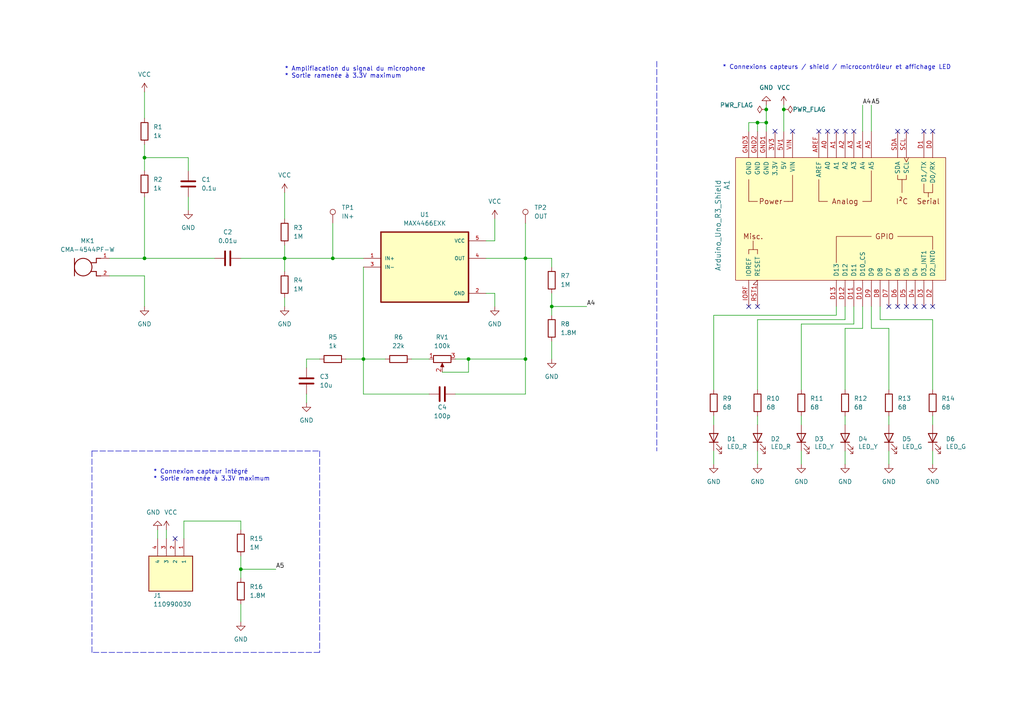
<source format=kicad_sch>
(kicad_sch (version 20230121) (generator eeschema)
  (paper "A4")
  (title_block (title "Capteur de niveau sonore") (date "10/2023") (rev "1") (company "Projet capteur ESISAR (4A-EIS-ESE)") (comment 1 "NM & EC"))
  (lib_symbols
    (symbol "Connector:TestPoint" (pin_numbers hide) (pin_names (offset 0.762) hide)
      (property "Reference" "TP" (at 0 6.858 0))
      (property "Value" "TestPoint" (at 0 5.08 0))
      (symbol "TestPoint_0_1"
        (circle (center 0 3.302) (radius 0.762))
      )
      (symbol "TestPoint_1_1"
        (pin passive line (at 0 0 90) (length 2.54) (name "1") (number "1"))
      )
    )
    (symbol "Device:C" (pin_numbers hide) (pin_names (offset 0.254))
      (property "Reference" "C" (at 0.635 2.54 0))
      (property "Value" "C" (at 0.635 -2.54 0))
      (symbol "C_0_1"
        (polyline (pts (xy -2.032 -0.762) (xy 2.032 -0.762)) (stroke (width 0.508)))
        (polyline (pts (xy -2.032 0.762) (xy 2.032 0.762)) (stroke (width 0.508)))
      )
      (symbol "C_1_1"
        (pin passive line (at 0 3.81 270) (length 2.794) (name "~") (number "1"))
        (pin passive line (at 0 -3.81 90) (length 2.794) (name "~") (number "2"))
      )
    )
    (symbol "Device:LED" (pin_numbers hide) (pin_names (offset 1.016) hide)
      (property "Reference" "D" (at 0 2.54 0))
      (property "Value" "LED" (at 0 -2.54 0))
      (symbol "LED_0_1"
        (polyline (pts (xy -1.27 -1.27) (xy -1.27 1.27)) (stroke (width 0.254)))
        (polyline (pts (xy -1.27 0) (xy 1.27 0)))
        (polyline (pts (xy 1.27 -1.27) (xy 1.27 1.27) (xy -1.27 0) (xy 1.27 -1.27)) (stroke (width 0.254)))
        (polyline (pts (xy -3.048 -0.762) (xy -4.572 -2.286) (xy -3.81 -2.286) (xy -4.572 -2.286) (xy -4.572 -1.524)))
        (polyline (pts (xy -1.778 -0.762) (xy -3.302 -2.286) (xy -2.54 -2.286) (xy -3.302 -2.286) (xy -3.302 -1.524)))
      )
      (symbol "LED_1_1"
        (pin passive line (at -3.81 0 0) (length 2.54) (name "K") (number "1"))
        (pin passive line (at 3.81 0 180) (length 2.54) (name "A") (number "2"))
      )
    )
    (symbol "Device:R" (pin_numbers hide) (pin_names (offset 0))
      (property "Reference" "R" (at 2.032 0 90))
      (property "Value" "R" (at 0 0 90))
      (symbol "R_0_1"
        (rectangle (start -1.016 -2.54) (end 1.016 2.54) (stroke (width 0.254)))
      )
      (symbol "R_1_1"
        (pin passive line (at 0 3.81 270) (length 1.27) (name "~") (number "1"))
        (pin passive line (at 0 -3.81 90) (length 1.27) (name "~") (number "2"))
      )
    )
    (symbol "Device:R_Potentiometer" (pin_names (offset 1.016) hide)
      (property "Reference" "RV" (at -4.445 0 90))
      (property "Value" "R_Potentiometer" (at -2.54 0 90))
      (symbol "R_Potentiometer_0_1"
        (polyline (pts (xy 2.54 0) (xy 1.524 0)))
        (polyline (pts (xy 1.143 0) (xy 2.286 0.508) (xy 2.286 -0.508) (xy 1.143 0)) (fill (type outline)))
        (rectangle (start 1.016 2.54) (end -1.016 -2.54) (stroke (width 0.254)))
      )
      (symbol "R_Potentiometer_1_1"
        (pin passive line (at 0 3.81 270) (length 1.27) (name "1") (number "1"))
        (pin passive line (at 3.81 0 180) (length 1.27) (name "2") (number "2"))
        (pin passive line (at 0 -3.81 90) (length 1.27) (name "3") (number "3"))
      )
    )
    (symbol "Symboles_projet:110990030" (pin_names (offset 1.016))
      (property "Reference" "J" (at -5.08 5.842 0))
      (property "Value" "110990030" (at -5.08 -8.382 0))
      (symbol "110990030_0_0"
        (rectangle (start -5.08 -7.62) (end 5.08 5.08) (stroke (width 0.254)) (fill (type background)))
        (pin passive line (at -10.16 2.54 0) (length 5.08) (name "1") (number "1"))
        (pin passive line (at -10.16 0 0) (length 5.08) (name "2") (number "2"))
        (pin passive line (at -10.16 -2.54 0) (length 5.08) (name "3") (number "3"))
        (pin passive line (at -10.16 -5.08 0) (length 5.08) (name "4") (number "4"))
      )
    )
    (symbol "Symboles_projet:Arduino_Uno_R3_Shield" (pin_names (offset 1.016))
      (property "Reference" "A1" (at -11.43 -33.02 0))
      (property "Value" "Arduino_Uno_R3_Shield" (at -11.43 -35.56 0))
      (symbol "Arduino_Uno_R3_Shield_0_0"
        (rectangle (start -17.78 30.48) (end 17.78 -30.48) (fill (type background)))
        (rectangle (start -12.7 -13.97) (end -5.08 -13.97))
        (rectangle (start -11.43 -26.67) (end -5.08 -26.67))
        (polyline (pts (xy -11.43 17.78) (xy -7.62 17.78)))
        (polyline (pts (xy -7.62 25.4) (xy -6.35 25.4)))
        (polyline (pts (xy -5.08 -26.67) (xy -5.08 -24.13)))
        (polyline (pts (xy -5.08 -15.24) (xy -5.08 -16.51)))
        (polyline (pts (xy -5.08 -13.97) (xy -5.08 -15.24)))
        (polyline (pts (xy -5.08 -3.81) (xy -5.08 -6.35) (xy -11.43 -6.35)))
        (polyline (pts (xy -5.08 6.35) (xy -5.08 8.89) (xy -13.97 8.89)))
        (polyline (pts (xy 5.08 8.89) (xy 5.08 -1.27) (xy 12.7 -1.27)))
        (polyline (pts (xy 5.08 16.51) (xy 5.08 26.67) (xy 8.89 26.67)))
        (polyline (pts (xy -12.7 19.05) (xy -11.43 19.05) (xy -11.43 16.51) (xy -12.7 16.51)))
        (polyline (pts (xy -10.16 26.67) (xy -7.62 26.67) (xy -7.62 24.13) (xy -10.16 24.13)))
        (rectangle (start 8.89 -25.4) (end 6.35 -25.4))
        (rectangle (start 8.89 -24.13) (end 8.89 -26.67))
        (rectangle (start 10.16 -26.67) (end 8.89 -26.67))
        (rectangle (start 10.16 -24.13) (end 8.89 -24.13))
        (text "Analog" (at -5.08 1.27 900) (effects (font (size 1.524 1.524))))
        (text "I²C" (at -5.08 17.78 900) (effects (font (size 1.524 1.524))))
        (text "Misc." (at 5.08 -25.4 900) (effects (font (size 1.524 1.524))))
        (text "Power" (at -5.08 -20.32 900) (effects (font (size 1.524 1.524))))
        (text "Serial" (at -5.08 25.4 900) (effects (font (size 1.524 1.524))))
      )
      (symbol "Arduino_Uno_R3_Shield_1_0"
        (text "GPIO" (at 5.08 12.7 900) (effects (font (size 1.524 1.524))))
      )
      (symbol "Arduino_Uno_R3_Shield_1_1"
        (pin power_out line (at -25.4 -19.05 0) (length 7.62) (name "3.3V") (number "3V3"))
        (pin power_in line (at -25.4 -16.51 0) (length 7.62) (name "5V") (number "5V1"))
        (pin bidirectional line (at -25.4 -3.81 0) (length 7.62) (name "A0") (number "A0"))
        (pin bidirectional line (at -25.4 -1.27 0) (length 7.62) (name "A1") (number "A1"))
        (pin bidirectional line (at -25.4 1.27 0) (length 7.62) (name "A2") (number "A2"))
        (pin bidirectional line (at -25.4 3.81 0) (length 7.62) (name "A3") (number "A3"))
        (pin bidirectional line (at -25.4 6.35 0) (length 7.62) (name "A4") (number "A4"))
        (pin bidirectional line (at -25.4 8.89 0) (length 7.62) (name "A5") (number "A5"))
        (pin input line (at -25.4 -6.35 0) (length 7.62) (name "AREF") (number "AREF"))
        (pin bidirectional line (at -25.4 26.67 0) (length 7.62) (name "D0/RX") (number "D0"))
        (pin bidirectional line (at -25.4 24.13 0) (length 7.62) (name "D1/TX") (number "D1"))
        (pin bidirectional line (at 25.4 6.35 180) (length 7.62) (name "D10_CS") (number "D10"))
        (pin bidirectional line (at 25.4 3.81 180) (length 7.62) (name "D11") (number "D11"))
        (pin bidirectional line (at 25.4 1.27 180) (length 7.62) (name "D12") (number "D12"))
        (pin bidirectional line (at 25.4 -1.27 180) (length 7.62) (name "D13") (number "D13"))
        (pin bidirectional line (at 25.4 26.67 180) (length 7.62) (name "D2_INT0") (number "D2"))
        (pin bidirectional line (at 25.4 24.13 180) (length 7.62) (name "D3_INT1") (number "D3"))
        (pin bidirectional line (at 25.4 21.59 180) (length 7.62) (name "D4") (number "D4"))
        (pin bidirectional line (at 25.4 19.05 180) (length 7.62) (name "D5") (number "D5"))
        (pin bidirectional line (at 25.4 16.51 180) (length 7.62) (name "D6") (number "D6"))
        (pin bidirectional line (at 25.4 13.97 180) (length 7.62) (name "D7") (number "D7"))
        (pin bidirectional line (at 25.4 11.43 180) (length 7.62) (name "D8") (number "D8"))
        (pin bidirectional line (at 25.4 8.89 180) (length 7.62) (name "D9") (number "D9"))
        (pin power_in line (at -25.4 -21.59 0) (length 7.62) (name "GND") (number "GND1"))
        (pin power_in line (at -25.4 -24.13 0) (length 7.62) (name "GND") (number "GND2"))
        (pin power_in line (at -25.4 -26.67 0) (length 7.62) (name "GND") (number "GND3"))
        (pin output line (at 25.4 -26.67 180) (length 7.62) (name "IOREF") (number "IORF"))
        (pin open_collector input_low (at 25.4 -24.13 180) (length 7.62) (name "RESET") (number "RST1"))
        (pin bidirectional clock (at -25.4 19.05 0) (length 7.62) (name "SCL") (number "SCL"))
        (pin bidirectional line (at -25.4 16.51 0) (length 7.62) (name "SDA") (number "SDA"))
        (pin power_in line (at -25.4 -13.97 0) (length 7.62) (name "VIN") (number "VIN"))
      )
    )
    (symbol "Symboles_projet:CMA-4544PF-W" (pin_names (offset 1.016))
      (property "Reference" "MK" (at -2.5409 3.8113 0))
      (property "Value" "CMA-4544PF-W" (at -2.5411 -6.3527 0))
      (symbol "CMA-4544PF-W_0_0"
        (polyline (pts (xy -2.54 2.54) (xy -2.54 -2.54)) (stroke (width 0.254)))
        (polyline (pts (xy 3.81 -2.54) (xy 3.81 -1.27)) (stroke (width 0.254)))
        (polyline (pts (xy 3.81 -1.27) (xy 2.2352 -1.27)) (stroke (width 0.254)))
        (polyline (pts (xy 3.81 1.27) (xy 2.2352 1.27)) (stroke (width 0.254)))
        (polyline (pts (xy 3.81 2.54) (xy 3.81 1.27)) (stroke (width 0.254)))
        (polyline (pts (xy 5.08 -2.54) (xy 3.81 -2.54)) (stroke (width 0.254)))
        (polyline (pts (xy 5.08 2.54) (xy 3.81 2.54)) (stroke (width 0.254)))
        (circle (center 0 0) (radius 2.54) (stroke (width 0.254)))
        (pin output line (at 7.62 2.54 180) (length 2.54) (name "~") (number "1"))
        (pin power_in line (at 7.62 -2.54 180) (length 2.54) (name "~") (number "2"))
      )
    )
    (symbol "Symboles_projet:MAX4466EXK" (pin_names (offset 1.016))
      (property "Reference" "U" (at -12.7 11.16 0))
      (property "Value" "MAX4466EXK" (at -12.7 -14.16 0))
      (symbol "MAX4466EXK_0_0"
        (rectangle (start -12.7 -10.16) (end 12.7 10.16) (stroke (width 0.41)) (fill (type background)))
        (pin input line (at -17.78 2.54 0) (length 5.08) (name "IN+") (number "1"))
        (pin power_in line (at 17.78 -7.62 180) (length 5.08) (name "GND") (number "2"))
        (pin input line (at -17.78 0 0) (length 5.08) (name "IN-") (number "3"))
        (pin output line (at 17.78 2.54 180) (length 5.08) (name "OUT") (number "4"))
        (pin power_in line (at 17.78 7.62 180) (length 5.08) (name "VCC") (number "5"))
      )
    )
    (symbol "power:GND" (power) (pin_names (offset 0))
      (property "Value" "GND" (at 0 -3.81 0))
      (symbol "GND_0_1"
        (polyline (pts (xy 0 0) (xy 0 -1.27) (xy 1.27 -1.27) (xy 0 -2.54) (xy -1.27 -1.27) (xy 0 -1.27)))
      )
      (symbol "GND_1_1"
        (pin power_in line (at 0 0 270) (length 0) hide (name "GND") (number "1"))
      )
    )
    (symbol "power:PWR_FLAG" (power) (pin_numbers hide) (pin_names (offset 0) hide)
      (property "Value" "PWR_FLAG" (at 0 3.81 0))
      (symbol "PWR_FLAG_0_0"
        (pin power_out line (at 0 0 90) (length 0) (name "pwr") (number "1"))
      )
      (symbol "PWR_FLAG_0_1"
        (polyline (pts (xy 0 0) (xy 0 1.27) (xy -1.016 1.905) (xy 0 2.54) (xy 1.016 1.905) (xy 0 1.27)))
      )
    )
    (symbol "power:VCC" (power) (pin_names (offset 0))
      (property "Value" "VCC" (at 0 3.81 0))
      (symbol "VCC_0_1"
        (polyline (pts (xy -0.762 1.27) (xy 0 2.54)))
        (polyline (pts (xy 0 0) (xy 0 2.54)))
        (polyline (pts (xy 0 2.54) (xy 0.762 1.27)))
      )
      (symbol "VCC_1_1"
        (pin power_in line (at 0 0 90) (length 0) hide (name "VCC") (number "1"))
      )
    )
  )
  (junction (at 41.91 74.93))
  (junction (at 152.4 104.14))
  (junction (at 227.33 31.75))
  (junction (at 41.91 45.72))
  (junction (at 96.52 74.93))
  (junction (at 219.71 35.56))
  (junction (at 222.25 35.56))
  (junction (at 105.41 104.14))
  (junction (at 222.25 31.75))
  (junction (at 82.55 74.93))
  (junction (at 135.89 104.14))
  (junction (at 69.85 165.1))
  (junction (at 160.02 88.9))
  (junction (at 152.4 74.93))
  (no_connect (at 224.79 38.1))
  (no_connect (at 270.51 38.1))
  (no_connect (at 247.65 38.1))
  (no_connect (at 262.89 88.9))
  (no_connect (at 237.49 38.1))
  (no_connect (at 270.51 88.9))
  (no_connect (at 265.43 88.9))
  (no_connect (at 229.87 38.1))
  (no_connect (at 240.03 38.1))
  (no_connect (at 50.8 156.21))
  (no_connect (at 267.97 88.9))
  (no_connect (at 245.11 38.1))
  (no_connect (at 260.35 38.1))
  (no_connect (at 262.89 38.1))
  (no_connect (at 257.81 88.9))
  (no_connect (at 260.35 88.9))
  (no_connect (at 219.71 88.9))
  (no_connect (at 267.97 38.1))
  (no_connect (at 217.17 88.9))
  (no_connect (at 242.57 38.1))
  (polyline (pts (xy 26.67 130.81) (xy 26.67 184.15)) (stroke (width 0) (type dash)))
  (wire (pts (xy 245.11 120.65) (xy 245.11 123.19)))
  (wire (pts (xy 160.02 88.9) (xy 160.02 91.44)))
  (wire (pts (xy 124.46 114.3) (xy 105.41 114.3)))
  (wire (pts (xy 207.01 130.81) (xy 207.01 134.62)))
  (wire (pts (xy 217.17 38.1) (xy 217.17 35.56)))
  (wire (pts (xy 270.51 113.03) (xy 270.51 92.71)))
  (wire (pts (xy 100.33 104.14) (xy 105.41 104.14)))
  (wire (pts (xy 54.61 57.15) (xy 54.61 60.96)))
  (wire (pts (xy 250.19 95.25) (xy 250.19 88.9)))
  (wire (pts (xy 152.4 74.93) (xy 160.02 74.93)))
  (wire (pts (xy 245.11 130.81) (xy 245.11 134.62)))
  (wire (pts (xy 217.17 35.56) (xy 219.71 35.56)))
  (wire (pts (xy 82.55 71.12) (xy 82.55 74.93)))
  (wire (pts (xy 41.91 26.67) (xy 41.91 34.29)))
  (wire (pts (xy 257.81 95.25) (xy 252.73 95.25)))
  (wire (pts (xy 160.02 77.47) (xy 160.02 74.93)))
  (wire (pts (xy 48.26 153.67) (xy 48.26 156.21)))
  (wire (pts (xy 257.81 95.25) (xy 257.81 113.03)))
  (wire (pts (xy 41.91 80.01) (xy 31.75 80.01)))
  (wire (pts (xy 69.85 175.26) (xy 69.85 180.34)))
  (wire (pts (xy 250.19 30.48) (xy 250.19 38.1)))
  (wire (pts (xy 105.41 77.47) (xy 105.41 104.14)))
  (wire (pts (xy 105.41 114.3) (xy 105.41 104.14)))
  (wire (pts (xy 143.51 63.5) (xy 143.51 69.85)))
  (wire (pts (xy 69.85 165.1) (xy 69.85 167.64)))
  (wire (pts (xy 207.01 91.44) (xy 207.01 113.03)))
  (wire (pts (xy 140.97 74.93) (xy 152.4 74.93)))
  (wire (pts (xy 207.01 120.65) (xy 207.01 123.19)))
  (polyline (pts (xy 92.71 189.23) (xy 26.67 189.23)) (stroke (width 0) (type dash)))
  (wire (pts (xy 92.71 104.14) (xy 88.9 104.14)))
  (polyline (pts (xy 26.67 130.81) (xy 92.71 130.81)) (stroke (width 0) (type dash)))
  (wire (pts (xy 41.91 45.72) (xy 54.61 45.72)))
  (wire (pts (xy 105.41 104.14) (xy 111.76 104.14)))
  (wire (pts (xy 69.85 161.29) (xy 69.85 165.1)))
  (wire (pts (xy 132.08 104.14) (xy 135.89 104.14)))
  (wire (pts (xy 88.9 114.3) (xy 88.9 116.84)))
  (wire (pts (xy 41.91 80.01) (xy 41.91 88.9)))
  (wire (pts (xy 270.51 120.65) (xy 270.51 123.19)))
  (wire (pts (xy 135.89 107.95) (xy 135.89 104.14)))
  (wire (pts (xy 257.81 120.65) (xy 257.81 123.19)))
  (wire (pts (xy 160.02 99.06) (xy 160.02 104.14)))
  (wire (pts (xy 219.71 92.71) (xy 245.11 92.71)))
  (wire (pts (xy 222.25 31.75) (xy 222.25 35.56)))
  (wire (pts (xy 152.4 74.93) (xy 152.4 104.14)))
  (wire (pts (xy 41.91 74.93) (xy 62.23 74.93)))
  (wire (pts (xy 245.11 95.25) (xy 245.11 113.03)))
  (wire (pts (xy 152.4 64.77) (xy 152.4 74.93)))
  (wire (pts (xy 219.71 35.56) (xy 222.25 35.56)))
  (wire (pts (xy 69.85 153.67) (xy 69.85 151.13)))
  (wire (pts (xy 53.34 151.13) (xy 53.34 156.21)))
  (wire (pts (xy 160.02 88.9) (xy 170.18 88.9)))
  (wire (pts (xy 82.55 86.36) (xy 82.55 88.9)))
  (wire (pts (xy 222.25 30.48) (xy 222.25 31.75)))
  (wire (pts (xy 247.65 93.98) (xy 247.65 88.9)))
  (polyline (pts (xy 92.71 184.15) (xy 92.71 189.23)) (stroke (width 0) (type dash)))
  (wire (pts (xy 69.85 74.93) (xy 82.55 74.93)))
  (wire (pts (xy 140.97 85.09) (xy 143.51 85.09)))
  (wire (pts (xy 143.51 85.09) (xy 143.51 88.9)))
  (wire (pts (xy 222.25 35.56) (xy 222.25 38.1)))
  (wire (pts (xy 257.81 130.81) (xy 257.81 134.62)))
  (wire (pts (xy 232.41 93.98) (xy 232.41 113.03)))
  (wire (pts (xy 219.71 130.81) (xy 219.71 134.62)))
  (polyline (pts (xy 92.71 130.81) (xy 92.71 184.15)) (stroke (width 0) (type dash)))
  (polyline (pts (xy 190.5 17.78) (xy 190.5 130.81)) (stroke (width 0) (type dash)))
  (wire (pts (xy 140.97 69.85) (xy 143.51 69.85)))
  (wire (pts (xy 252.73 30.48) (xy 252.73 38.1)))
  (wire (pts (xy 160.02 85.09) (xy 160.02 88.9)))
  (wire (pts (xy 69.85 165.1) (xy 80.01 165.1)))
  (wire (pts (xy 152.4 114.3) (xy 152.4 104.14)))
  (wire (pts (xy 132.08 114.3) (xy 152.4 114.3)))
  (wire (pts (xy 270.51 130.81) (xy 270.51 134.62)))
  (wire (pts (xy 96.52 64.77) (xy 96.52 74.93)))
  (wire (pts (xy 54.61 49.53) (xy 54.61 45.72)))
  (wire (pts (xy 232.41 120.65) (xy 232.41 123.19)))
  (wire (pts (xy 82.55 74.93) (xy 82.55 78.74)))
  (wire (pts (xy 41.91 45.72) (xy 41.91 49.53)))
  (wire (pts (xy 227.33 31.75) (xy 227.33 38.1)))
  (wire (pts (xy 82.55 74.93) (xy 96.52 74.93)))
  (wire (pts (xy 232.41 130.81) (xy 232.41 134.62)))
  (wire (pts (xy 41.91 57.15) (xy 41.91 74.93)))
  (wire (pts (xy 128.27 107.95) (xy 135.89 107.95)))
  (wire (pts (xy 31.75 74.93) (xy 41.91 74.93)))
  (wire (pts (xy 207.01 91.44) (xy 242.57 91.44)))
  (wire (pts (xy 82.55 55.88) (xy 82.55 63.5)))
  (wire (pts (xy 252.73 95.25) (xy 252.73 88.9)))
  (wire (pts (xy 245.11 92.71) (xy 245.11 88.9)))
  (wire (pts (xy 219.71 120.65) (xy 219.71 123.19)))
  (wire (pts (xy 45.72 153.67) (xy 45.72 156.21)))
  (wire (pts (xy 119.38 104.14) (xy 124.46 104.14)))
  (wire (pts (xy 135.89 104.14) (xy 152.4 104.14)))
  (wire (pts (xy 245.11 95.25) (xy 250.19 95.25)))
  (wire (pts (xy 227.33 30.48) (xy 227.33 31.75)))
  (wire (pts (xy 219.71 38.1) (xy 219.71 35.56)))
  (polyline (pts (xy 26.67 189.23) (xy 26.67 184.15)) (stroke (width 0) (type dash)))
  (wire (pts (xy 53.34 151.13) (xy 69.85 151.13)))
  (wire (pts (xy 219.71 92.71) (xy 219.71 113.03)))
  (wire (pts (xy 41.91 41.91) (xy 41.91 45.72)))
  (wire (pts (xy 232.41 93.98) (xy 247.65 93.98)))
  (wire (pts (xy 96.52 74.93) (xy 105.41 74.93)))
  (wire (pts (xy 270.51 92.71) (xy 255.27 92.71)))
  (wire (pts (xy 242.57 91.44) (xy 242.57 88.9)))
  (wire (pts (xy 88.9 104.14) (xy 88.9 106.68)))
  (wire (pts (xy 255.27 92.71) (xy 255.27 88.9)))
  (text "* Connexion capteur intégré\n* Sortie ramenée à 3.3V maximum" (at 44.45 139.7 0) (effects (font (size 1.27 1.27)) (justify left bottom)))
  (text "* Amplifiacation du signal du microphone\n* Sortie ramenée à 3.3V maximum" (at 82.55 22.86 0) (effects (font (size 1.27 1.27)) (justify left bottom)))
  (text "* Connexions capteurs / shield / microcontrôleur et affichage LED" (at 209.55 20.32 0) (effects (font (size 1.27 1.27)) (justify left bottom)))
  (label "A5" (at 80.01 165.1 0))
  (label "A5" (at 252.73 30.48 0))
  (label "A4" (at 250.19 30.48 0))
  (label "A4" (at 170.18 88.9 0))
  (symbol (lib_id "Device:R") (at 160.02 81.28 0) (unit 1)
    (property "Reference" "R7" (at 162.56 80.01 0) (effects (justify left)))
    (property "Value" "1M" (at 162.56 82.55 0) (effects (justify left)))
    (property "Footprint" "Resistor_SMD:R_0805_2012Metric_Pad1.20x1.40mm_HandSolder" (effects hide))
    (property "N° MOUSER" "71-CRCW08051M00JNEAC" (effects hide))
    (property "URL MOUSER" "https://www.mouser.fr/ProductDetail/Vishay-Dale/CRCW08051M00JNEAC?qs=sGAEpiMZZMtlubZbdhIBIIZe04wfiaJWkqR6MJgM7y8%3D" (effects hide))
  )
  (symbol (lib_id "Device:C") (at 54.61 53.34 0) (unit 1)
    (property "Reference" "C1" (at 58.42 52.07 0) (effects (justify left)))
    (property "Value" "0.1u" (at 58.42 54.61 0) (effects (justify left)))
    (property "Footprint" "Capacitor_SMD:C_0805_2012Metric_Pad1.18x1.45mm_HandSolder" (effects hide))
    (property "N° MOUSER" "80-C0805C104M5R" (effects hide))
    (property "URL MOUSER" "https://www.mouser.fr/ProductDetail/KEMET/C0805C104M5RACTU?qs=VOOUd%252Bza08qHu13WgNByHQ%3D%3D" (effects hide))
  )
  (symbol (lib_id "Device:R") (at 257.81 116.84 0) (unit 1)
    (property "Reference" "R13" (at 260.35 115.57 0) (effects (justify left)))
    (property "Value" "68" (at 260.35 118.11 0) (effects (justify left)))
    (property "Footprint" "Resistor_SMD:R_0805_2012Metric_Pad1.20x1.40mm_HandSolder" (effects hide))
    (property "N° MOUSER" "71-CRCW080568R0JNEA" (effects hide))
    (property "URL MOUSER" "https://www.mouser.fr/ProductDetail/Vishay-Dale/CRCW080568R0JN?qs=sGAEpiMZZMtlubZbdhIBIOut6XBPsS5qbKav8ID9sIk%3D" (effects hide))
  )
  (symbol (lib_id "Symboles_projet:MAX4466EXK") (at 123.19 77.47 0) (unit 1)
    (property "Reference" "U1" (at 123.19 62.23 0))
    (property "Value" "MAX4466EXK" (at 123.19 64.77 0))
    (property "Footprint" "Empreintes_projet:SOT65P210X110-5N" (effects hide))
    (property "Datasheet" "https://www.mouser.fr/datasheet/2/609/MAX4465_MAX4469-3128719.pdf" (effects hide))
    (property "MF" "Analog Devices" (effects hide))
    (property "Package" "SC-70-5 Maxim" (effects hide))
    (property "SnapEDA_Link" "https://www.snapeda.com/parts/MAX4466EXK+T/Analog+Devices/view-part/?ref=snap" (effects hide))
    (property "MP" "MAX4466EXK+T" (effects hide))
    (property "N° MOUSER" "700-MAX4466EXKT" (effects hide))
    (property "URL MOUSER" "https://www.mouser.fr/ProductDetail/Analog-Devices-Maxim-Integrated/MAX4466EXK%2bT?qs=1eQvB6Dk1viIfH6l6v5sWg%3D%3D" (effects hide))
    (property "Description" "\nAmplifier IC 1-Channel (Mono) Class AB SC-70-5\n" (effects hide))
    (property "Price" "None" (effects hide))
    (property "Purchase-URL" "https://www.snapeda.com/api/url_track_click_mouser/?unipart_id=548008&manufacturer=Analog Devices&part_name=MAX4466EXK+T&search_term=max4466" (effects hide))
    (property "Availability" "In Stock" (effects hide))
    (property "Check_prices" "https://www.snapeda.com/parts/MAX4466EXK+T/Analog+Devices/view-part/?ref=eda" (effects hide))
  )
  (symbol (lib_id "Device:R") (at 115.57 104.14 90) (unit 1)
    (property "Reference" "R6" (at 115.57 97.79 90))
    (property "Value" "22k" (at 115.57 100.33 90))
    (property "Footprint" "Resistor_SMD:R_0805_2012Metric_Pad1.20x1.40mm_HandSolder" (effects hide))
    (property "N° MOUSER" "71-CRCW080522K0JNEB" (effects hide))
    (property "URL MOUSER" "https://www.mouser.fr/ProductDetail/Vishay-Dale/CRCW080522K0JNEB?qs=sGAEpiMZZMtlubZbdhIBICPIlTSgfah79rOD2t9mrrs%3D" (effects hide))
  )
  (symbol (lib_id "power:VCC") (at 82.55 55.88 0) (unit 1)
    (property "Reference" "#PWR08" (effects hide))
    (property "Value" "VCC" (at 82.55 50.8 0))
  )
  (symbol (lib_id "Device:R") (at 270.51 116.84 0) (unit 1)
    (property "Reference" "R14" (at 273.05 115.57 0) (effects (justify left)))
    (property "Value" "68" (at 273.05 118.11 0) (effects (justify left)))
    (property "Footprint" "Resistor_SMD:R_0805_2012Metric_Pad1.20x1.40mm_HandSolder" (effects hide))
    (property "N° MOUSER" "71-CRCW080568R0JNEA" (effects hide))
    (property "URL MOUSER" "https://www.mouser.fr/ProductDetail/Vishay-Dale/CRCW080568R0JN?qs=sGAEpiMZZMtlubZbdhIBIOut6XBPsS5qbKav8ID9sIk%3D" (effects hide))
  )
  (symbol (lib_id "power:GND") (at 69.85 180.34 0) (unit 1)
    (property "Reference" "#PWR024" (effects hide))
    (property "Value" "GND" (at 69.85 185.42 0))
  )
  (symbol (lib_id "power:VCC") (at 41.91 26.67 0) (unit 1)
    (property "Reference" "#PWR03" (effects hide))
    (property "Value" "VCC" (at 41.91 21.59 0))
  )
  (symbol (lib_id "power:GND") (at 88.9 116.84 0) (unit 1)
    (property "Reference" "#PWR010" (effects hide))
    (property "Value" "GND" (at 88.9 121.92 0))
  )
  (symbol (lib_id "power:GND") (at 232.41 134.62 0) (unit 1)
    (property "Reference" "#PWR020" (effects hide))
    (property "Value" "GND" (at 232.41 139.7 0))
  )
  (symbol (lib_id "power:GND") (at 270.51 134.62 0) (unit 1)
    (property "Reference" "#PWR023" (effects hide))
    (property "Value" "GND" (at 270.51 139.7 0))
  )
  (symbol (lib_id "power:GND") (at 222.25 30.48 180) (unit 1)
    (property "Reference" "#PWR01" (effects hide))
    (property "Value" "GND" (at 222.25 25.4 0))
  )
  (symbol (lib_id "power:GND") (at 160.02 104.14 0) (unit 1)
    (property "Reference" "#PWR013" (effects hide))
    (property "Value" "GND" (at 160.02 109.22 0))
  )
  (symbol (lib_id "Device:C") (at 66.04 74.93 270) (unit 1)
    (property "Reference" "C2" (at 66.04 67.31 90))
    (property "Value" "0.01u" (at 66.04 69.85 90))
    (property "Footprint" "Capacitor_SMD:C_0805_2012Metric_Pad1.18x1.45mm_HandSolder" (effects hide))
    (property "N° MOUSER" "80-C0805C103K1RACLR" (effects hide))
    (property "URL MOUSER" "https://www.mouser.fr/ProductDetail/KEMET/C0805C103K1RAC7411?qs=jbRM9o5BbzN%252BKAvowF%2FE%2Fw%3D%3D" (effects hide))
  )
  (symbol (lib_id "power:VCC") (at 143.51 63.5 0) (unit 1)
    (property "Reference" "#PWR011" (effects hide))
    (property "Value" "VCC" (at 143.51 58.42 0))
  )
  (symbol (lib_id "power:PWR_FLAG") (at 227.33 31.75 270) (unit 1)
    (property "Reference" "#FLG04" (effects hide))
    (property "Value" "PWR_FLAG" (at 229.87 31.75 90) (effects (justify left)))
  )
  (symbol (lib_id "Device:R") (at 219.71 116.84 0) (unit 1)
    (property "Reference" "R10" (at 222.25 115.57 0) (effects (justify left)))
    (property "Value" "68" (at 222.25 118.11 0) (effects (justify left)))
    (property "Footprint" "Resistor_SMD:R_0805_2012Metric_Pad1.20x1.40mm_HandSolder" (effects hide))
    (property "N° MOUSER" "71-CRCW080568R0JNEA" (effects hide))
    (property "URL MOUSER" "https://www.mouser.fr/ProductDetail/Vishay-Dale/CRCW080568R0JN?qs=sGAEpiMZZMtlubZbdhIBIOut6XBPsS5qbKav8ID9sIk%3D" (effects hide))
  )
  (symbol (lib_id "Device:C") (at 128.27 114.3 90) (unit 1)
    (property "Reference" "C4" (at 128.27 118.11 90))
    (property "Value" "100p" (at 128.27 120.65 90))
    (property "Footprint" "Capacitor_SMD:C_0805_2012Metric_Pad1.18x1.45mm_HandSolder" (effects hide))
    (property "N° MOUSER" "80-C0805C101J5G" (effects hide))
    (property "URL MOUSER" "https://www.mouser.fr/ProductDetail/KEMET/C0805C101J5GACTU?qs=6pfgPk%252B7Yz7wCPQSSQ%2FBjg%3D%3D" (effects hide))
  )
  (symbol (lib_id "Device:R_Potentiometer") (at 128.27 104.14 90) (mirror x) (unit 1)
    (property "Reference" "RV1" (at 128.27 97.79 90))
    (property "Value" "100k" (at 128.27 100.33 90))
    (property "Footprint" "Potentiometer_SMD:Potentiometer_Bourns_3314J_Vertical" (effects hide))
    (property "N° MOUSER" "652-3314J-1-104E" (effects hide))
    (property "URL MOUSER" "https://www.mouser.fr/ProductDetail/Bourns/3314J-1-104E?qs=dpS4RHndqkJ%252BMOF85q3uJw%3D%3D" (effects hide))
  )
  (symbol (lib_id "power:GND") (at 41.91 88.9 0) (unit 1)
    (property "Reference" "#PWR04" (effects hide))
    (property "Value" "GND" (at 41.91 93.98 0))
  )
  (symbol (lib_id "Device:R") (at 207.01 116.84 0) (unit 1)
    (property "Reference" "R9" (at 209.55 115.57 0) (effects (justify left)))
    (property "Value" "68" (at 209.55 118.11 0) (effects (justify left)))
    (property "Footprint" "Resistor_SMD:R_0805_2012Metric_Pad1.20x1.40mm_HandSolder" (effects hide))
    (property "N° MOUSER" "71-CRCW080568R0JNEA" (effects hide))
    (property "URL MOUSER" "https://www.mouser.fr/ProductDetail/Vishay-Dale/CRCW080568R0JN?qs=sGAEpiMZZMtlubZbdhIBIOut6XBPsS5qbKav8ID9sIk%3D" (effects hide))
  )
  (symbol (lib_id "Device:LED") (at 207.01 127 90) (unit 1)
    (property "Reference" "D1" (at 210.82 127.3175 90) (effects (justify right)))
    (property "Value" "LED_R" (at 210.82 129.54 90) (effects (justify right)))
    (property "Footprint" "LED_SMD:LED_0805_2012Metric_Pad1.15x1.40mm_HandSolder" (effects hide))
    (property "N° MOUSER" "710-150080RS75000" (effects hide))
    (property "URL MOUSER" "https://www.mouser.fr/ProductDetail/Wurth-Elektronik/150080RS75000?qs=LlUlMxKIyB2jdCo7bnfgew%3D%3D" (effects hide))
  )
  (symbol (lib_id "Device:R") (at 41.91 53.34 0) (unit 1)
    (property "Reference" "R2" (at 44.45 52.07 0) (effects (justify left)))
    (property "Value" "1k" (at 44.45 54.61 0) (effects (justify left)))
    (property "Footprint" "Resistor_SMD:R_0805_2012Metric_Pad1.20x1.40mm_HandSolder" (effects hide))
    (property "N° MOUSER" "71-CRCW08051K00JNEC" (effects hide))
    (property "URL MOUSER" "https://www.mouser.fr/ProductDetail/Vishay-Dale/CRCW08051K00JNEC?qs=sGAEpiMZZMtlubZbdhIBIBplRq0sRcc9Uo8oZa7YFBg%3D" (effects hide))
  )
  (symbol (lib_id "power:GND") (at 245.11 134.62 0) (unit 1)
    (property "Reference" "#PWR021" (effects hide))
    (property "Value" "GND" (at 245.11 139.7 0))
  )
  (symbol (lib_id "Device:LED") (at 270.51 127 90) (unit 1)
    (property "Reference" "D6" (at 274.32 127.3175 90) (effects (justify right)))
    (property "Value" "LED_G" (at 274.32 129.54 90) (effects (justify right)))
    (property "Footprint" "LED_SMD:LED_0805_2012Metric_Pad1.15x1.40mm_HandSolder" (effects hide))
    (property "N° MOUSER" "710-150080VS75000" (effects hide))
    (property "URL MOUSER" "https://www.mouser.fr/ProductDetail/Wurth-Elektronik/150080VS75000?qs=LlUlMxKIyB0tGHJmO6%252B0ug%3D%3D" (effects hide))
  )
  (symbol (lib_id "power:VCC") (at 227.33 30.48 0) (unit 1)
    (property "Reference" "#PWR02" (effects hide))
    (property "Value" "VCC" (at 227.33 25.4 0))
  )
  (symbol (lib_id "Symboles_projet:Arduino_Uno_R3_Shield") (at 243.84 63.5 270) (unit 1)
    (property "Reference" "A1" (at 210.82 52.07 0) (effects (font (size 1.524 1.524)) (justify left)))
    (property "Value" "Arduino_Uno_R3_Shield" (at 208.28 52.07 0) (effects (font (size 1.524 1.524)) (justify left)))
    (property "Footprint" "Empreintes_projet:Arduino_Uno_R3_Shield_EDIT" (effects hide))
    (property "Datasheet" "https://docs.arduino.cc/hardware/uno-rev3" (effects hide))
    (property "N° MOUSER" "x" (effects hide))
    (property "URL MOUSER" "x" (effects hide))
  )
  (symbol (lib_id "Device:R") (at 82.55 82.55 0) (unit 1)
    (property "Reference" "R4" (at 85.09 81.28 0) (effects (justify left)))
    (property "Value" "1M" (at 85.09 83.82 0) (effects (justify left)))
    (property "Footprint" "Resistor_SMD:R_0805_2012Metric_Pad1.20x1.40mm_HandSolder" (effects hide))
    (property "N° MOUSER" "71-CRCW08051M00JNEAC" (effects hide))
    (property "URL MOUSER" "https://www.mouser.fr/ProductDetail/Vishay-Dale/CRCW08051M00JNEAC?qs=sGAEpiMZZMtlubZbdhIBIIZe04wfiaJWkqR6MJgM7y8%3D" (effects hide))
  )
  (symbol (lib_id "Device:R") (at 232.41 116.84 0) (unit 1)
    (property "Reference" "R11" (at 234.95 115.57 0) (effects (justify left)))
    (property "Value" "68" (at 234.95 118.11 0) (effects (justify left)))
    (property "Footprint" "Resistor_SMD:R_0805_2012Metric_Pad1.20x1.40mm_HandSolder" (effects hide))
    (property "N° MOUSER" "71-CRCW080568R0JNEA" (effects hide))
    (property "URL MOUSER" "https://www.mouser.fr/ProductDetail/Vishay-Dale/CRCW080568R0JN?qs=sGAEpiMZZMtlubZbdhIBIOut6XBPsS5qbKav8ID9sIk%3D" (effects hide))
  )
  (symbol (lib_id "Device:R") (at 160.02 95.25 0) (unit 1)
    (property "Reference" "R8" (at 162.56 93.98 0) (effects (justify left)))
    (property "Value" "1.8M" (at 162.56 96.52 0) (effects (justify left)))
    (property "Footprint" "Resistor_SMD:R_0805_2012Metric_Pad1.20x1.40mm_HandSolder" (effects hide))
    (property "N° MOUSER" "71-CRCW08051M80JNEB" (effects hide))
    (property "URL MOUSER" "https://www.mouser.fr/ProductDetail/Vishay-Dale/CRCW08051M80JNEB?qs=1CkV0QOCgMpvvF5zMBS5FQ%3D%3D" (effects hide))
  )
  (symbol (lib_id "Connector:TestPoint") (at 96.52 64.77 0) (unit 1)
    (property "Reference" "TP1" (at 99.06 60.198 0) (effects (justify left)))
    (property "Value" "IN+" (at 99.06 62.738 0) (effects (justify left)))
    (property "Footprint" "TestPoint:TestPoint_Pad_D2.5mm" (effects hide))
    (property "N° MOUSER" "x" (effects hide))
    (property "URL MOUSER" "x" (effects hide))
  )
  (symbol (lib_id "Device:LED") (at 219.71 127 90) (unit 1)
    (property "Reference" "D2" (at 223.52 127.3175 90) (effects (justify right)))
    (property "Value" "LED_R" (at 223.52 129.54 90) (effects (justify right)))
    (property "Footprint" "LED_SMD:LED_0805_2012Metric_Pad1.15x1.40mm_HandSolder" (effects hide))
    (property "N° MOUSER" "710-150080RS75000" (effects hide))
    (property "URL MOUSER" "https://www.mouser.fr/ProductDetail/Wurth-Elektronik/150080RS75000?qs=LlUlMxKIyB2jdCo7bnfgew%3D%3D" (effects hide))
  )
  (symbol (lib_id "power:GND") (at 45.72 153.67 180) (unit 1)
    (property "Reference" "#PWR014" (effects hide))
    (property "Value" "GND" (at 44.45 148.59 0))
  )
  (symbol (lib_id "Connector:TestPoint") (at 152.4 64.77 0) (unit 1)
    (property "Reference" "TP2" (at 154.94 60.198 0) (effects (justify left)))
    (property "Value" "OUT" (at 154.94 62.738 0) (effects (justify left)))
    (property "Footprint" "TestPoint:TestPoint_Pad_D2.5mm" (effects hide))
    (property "N° MOUSER" "x" (effects hide))
    (property "URL MOUSER" "x" (effects hide))
  )
  (symbol (lib_id "power:GND") (at 207.01 134.62 0) (unit 1)
    (property "Reference" "#PWR016" (effects hide))
    (property "Value" "GND" (at 207.01 139.7 0))
  )
  (symbol (lib_id "Device:R") (at 82.55 67.31 0) (unit 1)
    (property "Reference" "R3" (at 85.09 66.04 0) (effects (justify left)))
    (property "Value" "1M" (at 85.09 68.58 0) (effects (justify left)))
    (property "Footprint" "Resistor_SMD:R_0805_2012Metric_Pad1.20x1.40mm_HandSolder" (effects hide))
    (property "N° MOUSER" "71-CRCW08051M00JNEAC" (effects hide))
    (property "URL MOUSER" "https://www.mouser.fr/ProductDetail/Vishay-Dale/CRCW08051M00JNEAC?qs=sGAEpiMZZMtlubZbdhIBIIZe04wfiaJWkqR6MJgM7y8%3D" (effects hide))
  )
  (symbol (lib_id "power:GND") (at 219.71 134.62 0) (unit 1)
    (property "Reference" "#PWR017" (effects hide))
    (property "Value" "GND" (at 219.71 139.7 0))
  )
  (symbol (lib_id "Device:R") (at 69.85 157.48 0) (unit 1)
    (property "Reference" "R15" (at 72.39 156.21 0) (effects (justify left)))
    (property "Value" "1M" (at 72.39 158.75 0) (effects (justify left)))
    (property "Footprint" "Resistor_SMD:R_0805_2012Metric_Pad1.20x1.40mm_HandSolder" (effects hide))
    (property "N° MOUSER" "71-CRCW08051M00JNEAC" (effects hide))
    (property "URL MOUSER" "https://www.mouser.fr/ProductDetail/Vishay-Dale/CRCW08051M00JNEAC?qs=sGAEpiMZZMtlubZbdhIBIIZe04wfiaJWkqR6MJgM7y8%3D" (effects hide))
  )
  (symbol (lib_id "Device:R") (at 245.11 116.84 0) (unit 1)
    (property "Reference" "R12" (at 247.65 115.57 0) (effects (justify left)))
    (property "Value" "68" (at 247.65 118.11 0) (effects (justify left)))
    (property "Footprint" "Resistor_SMD:R_0805_2012Metric_Pad1.20x1.40mm_HandSolder" (effects hide))
    (property "N° MOUSER" "71-CRCW080568R0JNEA" (effects hide))
    (property "URL MOUSER" "https://www.mouser.fr/ProductDetail/Vishay-Dale/CRCW080568R0JN?qs=sGAEpiMZZMtlubZbdhIBIOut6XBPsS5qbKav8ID9sIk%3D" (effects hide))
  )
  (symbol (lib_id "power:PWR_FLAG") (at 222.25 31.75 90) (unit 1)
    (property "Reference" "#FLG03" (effects hide))
    (property "Value" "PWR_FLAG" (at 218.44 30.48 90) (effects (justify left)))
  )
  (symbol (lib_id "Device:R") (at 41.91 38.1 0) (unit 1)
    (property "Reference" "R1" (at 44.45 36.83 0) (effects (justify left)))
    (property "Value" "1k" (at 44.45 39.37 0) (effects (justify left)))
    (property "Footprint" "Resistor_SMD:R_0805_2012Metric_Pad1.20x1.40mm_HandSolder" (effects hide))
    (property "N° MOUSER" "71-CRCW08051K00JNEC" (effects hide))
    (property "URL MOUSER" "https://www.mouser.fr/ProductDetail/Vishay-Dale/CRCW08051K00JNEC?qs=sGAEpiMZZMtlubZbdhIBIBplRq0sRcc9Uo8oZa7YFBg%3D" (effects hide))
  )
  (symbol (lib_id "power:GND") (at 257.81 134.62 0) (unit 1)
    (property "Reference" "#PWR022" (effects hide))
    (property "Value" "GND" (at 257.81 139.7 0))
  )
  (symbol (lib_id "Symboles_projet:CMA-4544PF-W") (at 24.13 77.47 0) (unit 1)
    (property "Reference" "MK1" (at 25.4 69.85 0))
    (property "Value" "CMA-4544PF-W" (at 25.4 72.39 0))
    (property "Footprint" "Empreintes_projet:MIC_CMA-4544PF-W" (effects hide))
    (property "Datasheet" "https://www.mouser.fr/datasheet/2/670/cma_4544pf_w-1776632.pdf" (effects hide))
    (property "MF" "CUI Devices" (effects hide))
    (property "PACKAGE" "6-DIP-6 CUI" (effects hide))
    (property "Package" "None" (effects hide))
    (property "SnapEDA_Link" "https://www.snapeda.com/parts/CMA-4544PF-W/CUI+Devices/view-part/?ref=snap" (effects hide))
    (property "MP" "CMA-4544PF-W" (effects hide))
    (property "N° MOUSER" "490-CMA-4544PF-W" (effects hide))
    (property "URL MOUSER" "https://www.mouser.fr/ProductDetail/CUI-Devices/CMA-4544PF-W?qs=WyjlAZoYn50RZRL7clQhww%3D%3D" (effects hide))
    (property "DESCRIPTION" "9.7 mm, Omnidirectional, PCB Mount, 3.0 Vdc, Electret Condenser Microphone" (effects hide))
    (property "PRICE" "None" (effects hide))
    (property "Check_prices" "https://www.snapeda.com/parts/CMA-4544PF-W/CUI+Devices/view-part/?ref=eda" (effects hide))
    (property "CUI_PURCHASE_URL" "https://www.cui.com/product/audio/microphones/electret-condenser-microphones/cma-4544pf-w?utm_source=snapeda.com&utm_medium=referral&utm_campaign=snapedaBOM" (effects hide))
    (property "Purchase-URL" "https://www.snapeda.com/api/url_track_click_mouser/?unipart_id=215068&manufacturer=CUI Devices&part_name=CMA-4544PF-W&search_term=None" (effects hide))
    (property "Price" "None" (effects hide))
    (property "Availability" "In Stock" (effects hide))
    (property "CUI_purchase_URL" "https://www.cuidevices.com/product/audio/microphones/electret-condenser-microphones/cma-4544pf-w?utm_source=snapeda.com&utm_medium=referral&utm_campaign=snapedaBOM" (effects hide))
    (property "AVAILABILITY" "Unavailable" (effects hide))
    (property "Description" "9.7 mm, Omnidirectional, PCB Mount, 3.0 Vdc, Electret Condenser Microphone" (effects hide))
  )
  (symbol (lib_id "Device:LED") (at 232.41 127 90) (unit 1)
    (property "Reference" "D3" (at 236.22 127.3175 90) (effects (justify right)))
    (property "Value" "LED_Y" (at 236.22 129.54 90) (effects (justify right)))
    (property "Footprint" "LED_SMD:LED_0805_2012Metric_Pad1.15x1.40mm_HandSolder" (effects hide))
    (property "N° MOUSER" "710-150080YS75000" (effects hide))
    (property "URL MOUSER" "https://www.mouser.fr/ProductDetail/Wurth-Elektronik/150080YS75000?qs=LlUlMxKIyB3k0fZGrDMI2w%3D%3D" (effects hide))
  )
  (symbol (lib_id "Device:C") (at 88.9 110.49 0) (unit 1)
    (property "Reference" "C3" (at 92.71 109.22 0) (effects (justify left)))
    (property "Value" "10u" (at 92.71 111.76 0) (effects (justify left)))
    (property "Footprint" "Capacitor_SMD:C_0805_2012Metric_Pad1.18x1.45mm_HandSolder" (effects hide))
    (property "N° MOUSER" "80-C0805C106K8P7210" (effects hide))
    (property "URL MOUSER" "https://www.mouser.fr/ProductDetail/KEMET/C0805C106K8PAC7210?qs=TJyCevD4CUEvnGMeng7Ing%3D%3D" (effects hide))
  )
  (symbol (lib_id "Device:LED") (at 257.81 127 90) (unit 1)
    (property "Reference" "D5" (at 261.62 127.3175 90) (effects (justify right)))
    (property "Value" "LED_G" (at 261.62 129.54 90) (effects (justify right)))
    (property "Footprint" "LED_SMD:LED_0805_2012Metric_Pad1.15x1.40mm_HandSolder" (effects hide))
    (property "N° MOUSER" "710-150080VS75000" (effects hide))
    (property "URL MOUSER" "https://www.mouser.fr/ProductDetail/Wurth-Elektronik/150080VS75000?qs=LlUlMxKIyB0tGHJmO6%252B0ug%3D%3D" (effects hide))
  )
  (symbol (lib_id "power:VCC") (at 48.26 153.67 0) (unit 1)
    (property "Reference" "#PWR015" (effects hide))
    (property "Value" "VCC" (at 49.53 148.59 0))
  )
  (symbol (lib_id "Device:R") (at 69.85 171.45 0) (unit 1)
    (property "Reference" "R16" (at 72.39 170.18 0) (effects (justify left)))
    (property "Value" "1.8M" (at 72.39 172.72 0) (effects (justify left)))
    (property "Footprint" "Resistor_SMD:R_0805_2012Metric_Pad1.20x1.40mm_HandSolder" (effects hide))
    (property "N° MOUSER" "71-CRCW08051M80JNEB" (effects hide))
    (property "URL MOUSER" "https://www.mouser.fr/ProductDetail/Vishay-Dale/CRCW08051M80JNEB?qs=1CkV0QOCgMpvvF5zMBS5FQ%3D%3D" (effects hide))
  )
  (symbol (lib_id "Symboles_projet:110990030") (at 50.8 166.37 270) (unit 1)
    (property "Reference" "J1" (at 44.45 172.72 90) (effects (justify left)))
    (property "Value" "110990030" (at 44.45 175.26 90) (effects (justify left)))
    (property "Footprint" "Empreintes_projet:SEEED_110990030" (effects hide))
    (property "MF" "Seeed Technology" (effects hide))
    (property "MAXIMUM_PACKAGE_HEIGHT" "8.1mm" (effects hide))
    (property "Package" "None" (effects hide))
    (property "SnapEDA_Link" "https://www.snapeda.com/parts/110990030/Seeed+Technology+Co.%252C+Ltd/view-part/?ref=snap" (effects hide))
    (property "MP" "110990030" (effects hide))
    (property "Description" "\nGROVE 2MM 4PIN VERT CONN 10PCS\n" (effects hide))
    (property "N° MOUSER" "713-110990030" (effects hide))
    (property "URL MOUSER" "https://www.mouser.fr/ProductDetail/Seeed-Studio/110990030?qs=1%252B9yuXKSi8Dw9fpnq%252BdNzQ%3D%3D&_gl=1*1rz5m11*_ga*dW5kZWZpbmVk*_ga_15W4STQT4T*dW5kZWZpbmVk*_ga_1KQLCYKRX3*dW5kZWZpbmVk" (effects hide))
    (property "Price" "None" (effects hide))
    (property "Check_prices" "https://www.snapeda.com/parts/110990030/Seeed+Technology+Co.%252C+Ltd/view-part/?ref=eda" (effects hide))
    (property "STANDARD" "Manufacturer Recommendations" (effects hide))
    (property "PARTREV" "A" (effects hide))
    (property "Purchase-URL" "https://www.snapeda.com/api/url_track_click_mouser/?unipart_id=583576&manufacturer=Seeed Technology&part_name=110990030&search_term=110990030" (effects hide))
    (property "Availability" "In Stock" (effects hide))
    (property "MANUFACTURER" "Seeed Technology" (effects hide))
  )
  (symbol (lib_id "power:GND") (at 54.61 60.96 0) (unit 1)
    (property "Reference" "#PWR07" (effects hide))
    (property "Value" "GND" (at 54.61 66.04 0))
  )
  (symbol (lib_id "power:GND") (at 82.55 88.9 0) (unit 1)
    (property "Reference" "#PWR09" (effects hide))
    (property "Value" "GND" (at 82.55 93.98 0))
  )
  (symbol (lib_id "power:GND") (at 143.51 88.9 0) (unit 1)
    (property "Reference" "#PWR012" (effects hide))
    (property "Value" "GND" (at 143.51 93.98 0))
  )
  (symbol (lib_id "Device:R") (at 96.52 104.14 90) (unit 1)
    (property "Reference" "R5" (at 96.52 97.79 90))
    (property "Value" "1k" (at 96.52 100.33 90))
    (property "Footprint" "Resistor_SMD:R_0805_2012Metric_Pad1.20x1.40mm_HandSolder" (effects hide))
    (property "N° MOUSER" "71-CRCW08051K00JNEC" (effects hide))
    (property "URL MOUSER" "https://www.mouser.fr/ProductDetail/Vishay-Dale/CRCW08051K00JNEC?qs=sGAEpiMZZMtlubZbdhIBIBplRq0sRcc9Uo8oZa7YFBg%3D" (effects hide))
  )
  (symbol (lib_id "Device:LED") (at 245.11 127 90) (unit 1)
    (property "Reference" "D4" (at 248.92 127.3175 90) (effects (justify right)))
    (property "Value" "LED_Y" (at 248.92 129.54 90) (effects (justify right)))
    (property "Footprint" "LED_SMD:LED_0805_2012Metric_Pad1.15x1.40mm_HandSolder" (effects hide))
    (property "N° MOUSER" "710-150080YS75000" (effects hide))
    (property "URL MOUSER" "https://www.mouser.fr/ProductDetail/Wurth-Elektronik/150080YS75000?qs=LlUlMxKIyB3k0fZGrDMI2w%3D%3D" (effects hide))
  )
)
</source>
